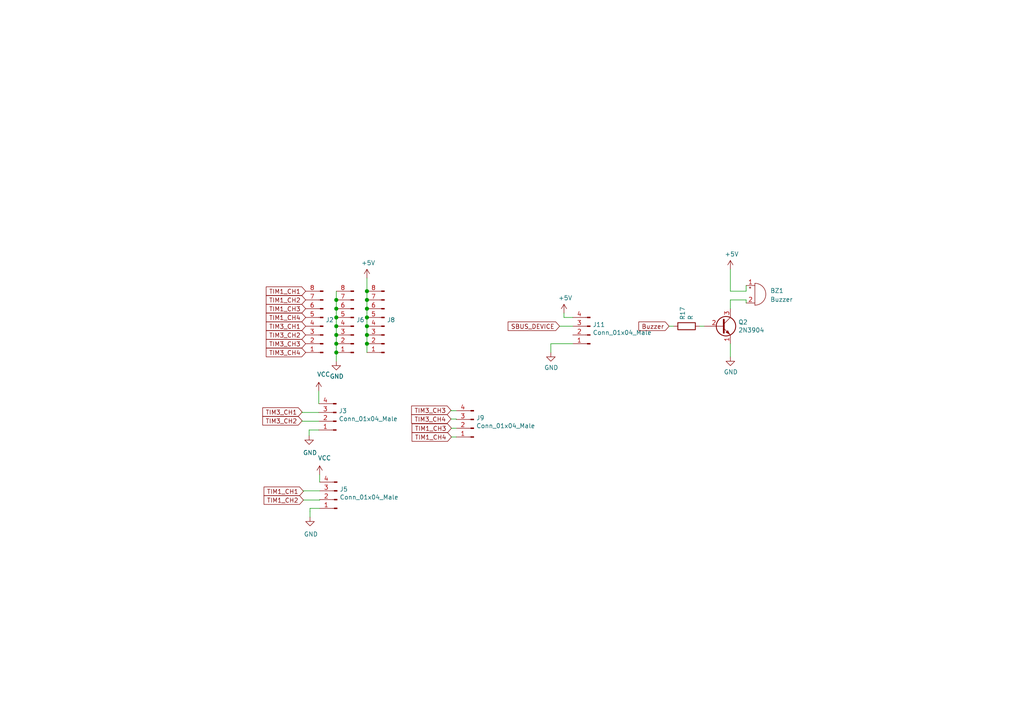
<source format=kicad_sch>
(kicad_sch (version 20200828) (generator eeschema)
  (page 3 11)
  (paper "A4")
  (lib_symbols
    (symbol "Connector:Conn_01x04_Male" (pin_names (offset 1.016) hide)
      (property "Reference" "J" (at 0 5.08 0))
      (property "Value" "Conn_01x04_Male" (at 0 -7.62 0))
      (symbol "Conn_01x04_Male_1_1"
        (rectangle (start 0.8636 -4.953) (end 0 -5.207) (stroke (width 0.1524)) (fill (type outline)))
        (rectangle (start 0.8636 -2.413) (end 0 -2.667) (stroke (width 0.1524)) (fill (type outline)))
        (rectangle (start 0.8636 0.127) (end 0 -0.127) (stroke (width 0.1524)) (fill (type outline)))
        (rectangle (start 0.8636 2.667) (end 0 2.413) (stroke (width 0.1524)) (fill (type outline)))
        (polyline (pts (xy 1.27 -5.08) (xy 0.8636 -5.08)) (stroke (width 0.1524)))
        (polyline (pts (xy 1.27 -2.54) (xy 0.8636 -2.54)) (stroke (width 0.1524)))
        (polyline (pts (xy 1.27 0) (xy 0.8636 0)) (stroke (width 0.1524)))
        (polyline (pts (xy 1.27 2.54) (xy 0.8636 2.54)) (stroke (width 0.1524)))
        (pin passive line (at 5.08 2.54 180) (length 3.81) (name "Pin_1") (number "1"))
        (pin passive line (at 5.08 0 180) (length 3.81) (name "Pin_2") (number "2"))
        (pin passive line (at 5.08 -2.54 180) (length 3.81) (name "Pin_3") (number "3"))
        (pin passive line (at 5.08 -5.08 180) (length 3.81) (name "Pin_4") (number "4"))
      )
    )
    (symbol "Connector:Conn_01x08_Male" (pin_names (offset 1.016) hide)
      (property "Reference" "J" (at 0 10.16 0))
      (property "Value" "Conn_01x08_Male" (at 0 -12.7 0))
      (symbol "Conn_01x08_Male_1_1"
        (rectangle (start 0.8636 -10.033) (end 0 -10.287) (stroke (width 0.1524)) (fill (type outline)))
        (rectangle (start 0.8636 -7.493) (end 0 -7.747) (stroke (width 0.1524)) (fill (type outline)))
        (rectangle (start 0.8636 -4.953) (end 0 -5.207) (stroke (width 0.1524)) (fill (type outline)))
        (rectangle (start 0.8636 -2.413) (end 0 -2.667) (stroke (width 0.1524)) (fill (type outline)))
        (rectangle (start 0.8636 0.127) (end 0 -0.127) (stroke (width 0.1524)) (fill (type outline)))
        (rectangle (start 0.8636 2.667) (end 0 2.413) (stroke (width 0.1524)) (fill (type outline)))
        (rectangle (start 0.8636 5.207) (end 0 4.953) (stroke (width 0.1524)) (fill (type outline)))
        (rectangle (start 0.8636 7.747) (end 0 7.493) (stroke (width 0.1524)) (fill (type outline)))
        (polyline (pts (xy 1.27 -10.16) (xy 0.8636 -10.16)) (stroke (width 0.1524)))
        (polyline (pts (xy 1.27 -7.62) (xy 0.8636 -7.62)) (stroke (width 0.1524)))
        (polyline (pts (xy 1.27 -5.08) (xy 0.8636 -5.08)) (stroke (width 0.1524)))
        (polyline (pts (xy 1.27 -2.54) (xy 0.8636 -2.54)) (stroke (width 0.1524)))
        (polyline (pts (xy 1.27 0) (xy 0.8636 0)) (stroke (width 0.1524)))
        (polyline (pts (xy 1.27 2.54) (xy 0.8636 2.54)) (stroke (width 0.1524)))
        (polyline (pts (xy 1.27 5.08) (xy 0.8636 5.08)) (stroke (width 0.1524)))
        (polyline (pts (xy 1.27 7.62) (xy 0.8636 7.62)) (stroke (width 0.1524)))
        (pin passive line (at 5.08 7.62 180) (length 3.81) (name "Pin_1") (number "1"))
        (pin passive line (at 5.08 5.08 180) (length 3.81) (name "Pin_2") (number "2"))
        (pin passive line (at 5.08 2.54 180) (length 3.81) (name "Pin_3") (number "3"))
        (pin passive line (at 5.08 0 180) (length 3.81) (name "Pin_4") (number "4"))
        (pin passive line (at 5.08 -2.54 180) (length 3.81) (name "Pin_5") (number "5"))
        (pin passive line (at 5.08 -5.08 180) (length 3.81) (name "Pin_6") (number "6"))
        (pin passive line (at 5.08 -7.62 180) (length 3.81) (name "Pin_7") (number "7"))
        (pin passive line (at 5.08 -10.16 180) (length 3.81) (name "Pin_8") (number "8"))
      )
    )
    (symbol "Device:Buzzer" (pin_names (offset 0.0254) hide)
      (property "Reference" "BZ" (at 3.81 1.27 0))
      (property "Value" "Buzzer" (at 3.81 -1.27 0))
      (symbol "Buzzer_0_1"
        (arc (start 0 -3.175) (end 0 3.175) (radius (at 0 0) (length 3.175) (angles -89.9 89.9)))
        (polyline (pts (xy -1.651 1.905) (xy -1.143 1.905)))
        (polyline (pts (xy -1.397 2.159) (xy -1.397 1.651)))
        (polyline (pts (xy 0 3.175) (xy 0 -3.175)))
      )
      (symbol "Buzzer_1_1"
        (pin passive line (at -2.54 2.54 0) (length 2.54) (name "-") (number "1"))
        (pin passive line (at -2.54 -2.54 0) (length 2.54) (name "+") (number "2"))
      )
    )
    (symbol "Device:R" (pin_numbers hide) (pin_names (offset 0))
      (property "Reference" "R" (at 2.032 0 90))
      (property "Value" "R" (at 0 0 90))
      (symbol "R_0_1"
        (rectangle (start -1.016 -2.54) (end 1.016 2.54) (stroke (width 0.254)))
      )
      (symbol "R_1_1"
        (pin passive line (at 0 3.81 270) (length 1.27) (name "~") (number "1"))
        (pin passive line (at 0 -3.81 90) (length 1.27) (name "~") (number "2"))
      )
    )
    (symbol "Transistor_BJT:2N3904" (pin_names (offset 0) hide)
      (property "Reference" "Q" (at 5.08 1.905 0))
      (property "Value" "2N3904" (at 5.08 0 0))
      (symbol "2N3904_0_1"
        (circle (center 1.27 0) (radius 2.8194) (stroke (width 0.254)))
        (polyline (pts (xy 0.635 0.635) (xy 2.54 2.54)))
        (polyline (pts (xy 0.635 -0.635) (xy 2.54 -2.54) (xy 2.54 -2.54)))
        (polyline (pts (xy 0.635 1.905) (xy 0.635 -1.905) (xy 0.635 -1.905)) (stroke (width 0.508)))
        (polyline (pts (xy 1.27 -1.778) (xy 1.778 -1.27) (xy 2.286 -2.286) (xy 1.27 -1.778) (xy 1.27 -1.778)) (fill (type outline)))
      )
      (symbol "2N3904_1_1"
        (pin passive line (at 2.54 -5.08 90) (length 2.54) (name "E") (number "1"))
        (pin passive line (at -5.08 0 0) (length 5.715) (name "B") (number "2"))
        (pin passive line (at 2.54 5.08 270) (length 2.54) (name "C") (number "3"))
      )
    )
    (symbol "power:+5V" (power) (pin_names (offset 0))
      (property "Value" "+5V" (at 0 3.556 0))
      (symbol "+5V_0_1"
        (polyline (pts (xy -0.762 1.27) (xy 0 2.54)))
        (polyline (pts (xy 0 0) (xy 0 2.54)))
        (polyline (pts (xy 0 2.54) (xy 0.762 1.27)))
      )
      (symbol "+5V_1_1"
        (pin power_in line (at 0 0 90) (length 0) hide (name "+5V") (number "1"))
      )
    )
    (symbol "power:GND" (power) (pin_names (offset 0))
      (property "Value" "GND" (at 0 -3.81 0))
      (symbol "GND_0_1"
        (polyline (pts (xy 0 0) (xy 0 -1.27) (xy 1.27 -1.27) (xy 0 -2.54) (xy -1.27 -1.27) (xy 0 -1.27)))
      )
      (symbol "GND_1_1"
        (pin power_in line (at 0 0 270) (length 0) hide (name "GND") (number "1"))
      )
    )
    (symbol "power:VCC" (power) (pin_names (offset 0))
      (property "Value" "VCC" (at 0 3.81 0))
      (symbol "VCC_0_1"
        (polyline (pts (xy -0.762 1.27) (xy 0 2.54)))
        (polyline (pts (xy 0 0) (xy 0 2.54)))
        (polyline (pts (xy 0 2.54) (xy 0.762 1.27)))
      )
      (symbol "VCC_1_1"
        (pin power_in line (at 0 0 90) (length 0) hide (name "VCC") (number "1"))
      )
    )
  )
  (junction (at 97.536 86.995) (diameter 1.016))
  (junction (at 97.536 89.535) (diameter 1.016))
  (junction (at 97.536 92.075) (diameter 1.016))
  (junction (at 97.536 94.615) (diameter 1.016))
  (junction (at 97.536 97.155) (diameter 1.016))
  (junction (at 97.536 99.695) (diameter 1.016))
  (junction (at 97.536 102.235) (diameter 1.016))
  (junction (at 106.426 84.455) (diameter 1.016))
  (junction (at 106.426 86.995) (diameter 1.016))
  (junction (at 106.426 89.535) (diameter 1.016))
  (junction (at 106.426 92.075) (diameter 1.016))
  (junction (at 106.426 94.615) (diameter 1.016))
  (junction (at 106.426 97.155) (diameter 1.016))
  (junction (at 106.426 99.695) (diameter 1.016))
  (wire (pts (xy 87.63 119.634) (xy 87.63 119.507)))
  (wire (pts (xy 87.63 122.174) (xy 87.63 122.047)))
  (wire (pts (xy 88.011 142.367) (xy 88.011 142.494)))
  (wire (pts (xy 88.011 145.034) (xy 92.71 145.034)))
  (wire (pts (xy 89.662 124.714) (xy 92.456 124.714)))
  (wire (pts (xy 89.662 126.365) (xy 89.662 124.714)))
  (wire (pts (xy 89.916 147.447) (xy 89.916 148.336)))
  (wire (pts (xy 89.916 147.447) (xy 92.71 147.447)))
  (wire (pts (xy 89.916 149.987) (xy 89.916 148.336)))
  (wire (pts (xy 92.456 113.411) (xy 92.456 117.094)))
  (wire (pts (xy 92.456 119.634) (xy 87.63 119.634)))
  (wire (pts (xy 92.456 122.174) (xy 87.63 122.174)))
  (wire (pts (xy 92.71 137.668) (xy 92.71 139.827)))
  (wire (pts (xy 92.71 142.367) (xy 88.011 142.367)))
  (wire (pts (xy 92.71 145.034) (xy 92.71 144.907)))
  (wire (pts (xy 97.536 84.455) (xy 97.536 86.995)))
  (wire (pts (xy 97.536 86.995) (xy 97.536 89.535)))
  (wire (pts (xy 97.536 89.535) (xy 97.536 92.075)))
  (wire (pts (xy 97.536 92.075) (xy 97.536 94.615)))
  (wire (pts (xy 97.536 94.615) (xy 97.536 97.155)))
  (wire (pts (xy 97.536 97.155) (xy 97.536 99.695)))
  (wire (pts (xy 97.536 99.695) (xy 97.536 102.235)))
  (wire (pts (xy 97.536 102.235) (xy 97.536 104.775)))
  (wire (pts (xy 106.426 84.455) (xy 106.426 80.645)))
  (wire (pts (xy 106.426 86.995) (xy 106.426 84.455)))
  (wire (pts (xy 106.426 89.535) (xy 106.426 86.995)))
  (wire (pts (xy 106.426 92.075) (xy 106.426 89.535)))
  (wire (pts (xy 106.426 94.615) (xy 106.426 92.075)))
  (wire (pts (xy 106.426 97.155) (xy 106.426 94.615)))
  (wire (pts (xy 106.426 99.695) (xy 106.426 97.155)))
  (wire (pts (xy 106.426 102.235) (xy 106.426 99.695)))
  (wire (pts (xy 130.81 119.126) (xy 130.81 118.999)))
  (wire (pts (xy 130.81 121.539) (xy 132.334 121.539)))
  (wire (pts (xy 130.937 124.206) (xy 132.334 124.206)))
  (wire (pts (xy 130.937 126.746) (xy 132.334 126.746)))
  (wire (pts (xy 132.334 119.126) (xy 130.81 119.126)))
  (wire (pts (xy 132.334 121.539) (xy 132.334 121.666)))
  (wire (pts (xy 159.766 99.695) (xy 159.766 102.235)))
  (wire (pts (xy 162.306 94.615) (xy 166.116 94.615)))
  (wire (pts (xy 163.576 90.805) (xy 163.576 92.075)))
  (wire (pts (xy 163.576 92.075) (xy 166.116 92.075)))
  (wire (pts (xy 166.116 99.695) (xy 159.766 99.695)))
  (wire (pts (xy 194.056 94.615) (xy 195.326 94.615)))
  (wire (pts (xy 202.946 94.615) (xy 204.216 94.615)))
  (wire (pts (xy 211.836 78.105) (xy 211.836 84.455)))
  (wire (pts (xy 211.836 84.455) (xy 216.408 84.455)))
  (wire (pts (xy 211.836 86.995) (xy 211.836 89.535)))
  (wire (pts (xy 211.836 86.995) (xy 216.408 86.995)))
  (wire (pts (xy 211.836 99.695) (xy 211.836 103.505)))
  (wire (pts (xy 216.408 84.455) (xy 216.408 82.804)))
  (wire (pts (xy 216.408 86.995) (xy 216.408 87.884)))
  (global_label "TIM3_CH1" (shape input) (at 87.63 119.507 180))
  (global_label "TIM3_CH2" (shape input) (at 87.63 122.047 180))
  (global_label "TIM1_CH1" (shape input) (at 88.011 142.494 180))
  (global_label "TIM1_CH2" (shape input) (at 88.011 145.034 180))
  (global_label "TIM1_CH1" (shape input) (at 88.646 84.455 180))
  (global_label "TIM1_CH2" (shape input) (at 88.646 86.995 180))
  (global_label "TIM1_CH3" (shape input) (at 88.646 89.535 180))
  (global_label "TIM1_CH4" (shape input) (at 88.646 92.075 180))
  (global_label "TIM3_CH1" (shape input) (at 88.646 94.615 180))
  (global_label "TIM3_CH2" (shape input) (at 88.646 97.155 180))
  (global_label "TIM3_CH3" (shape input) (at 88.646 99.695 180))
  (global_label "TIM3_CH4" (shape input) (at 88.646 102.235 180))
  (global_label "TIM3_CH3" (shape input) (at 130.81 118.999 180))
  (global_label "TIM3_CH4" (shape input) (at 130.81 121.539 180))
  (global_label "TIM1_CH3" (shape input) (at 130.937 124.206 180))
  (global_label "TIM1_CH4" (shape input) (at 130.937 126.746 180))
  (global_label "SBUS_DEVICE" (shape input) (at 162.306 94.615 180))
  (global_label "Buzzer" (shape input) (at 194.056 94.615 180))
  (symbol (lib_id "power:VCC") (at 92.456 113.411 0) (unit 1)
    (property "Reference" "#PWR0181" (effects hide))
    (property "Value" "VCC" (at 93.853 108.585 0))
  )
  (symbol (lib_id "power:VCC") (at 92.71 137.668 0) (unit 1)
    (property "Reference" "#PWR0187" (effects hide))
    (property "Value" "VCC" (at 94.107 132.842 0))
  )
  (symbol (lib_id "power:+5V") (at 106.426 80.645 0) (unit 1)
    (property "Reference" "#PWR0179" (effects hide))
    (property "Value" "+5V" (at 106.807 76.2508 0))
  )
  (symbol (lib_id "power:+5V") (at 163.576 90.805 0) (unit 1)
    (property "Reference" "#PWR0183" (effects hide))
    (property "Value" "+5V" (at 163.957 86.4108 0))
  )
  (symbol (lib_id "power:+5V") (at 211.836 78.105 0) (unit 1)
    (property "Reference" "#PWR0184" (effects hide))
    (property "Value" "+5V" (at 212.217 73.7108 0))
  )
  (symbol (lib_id "power:GND") (at 89.662 126.365 0) (unit 1)
    (property "Reference" "#PWR0188" (effects hide))
    (property "Value" "GND" (at 89.916 131.318 0))
  )
  (symbol (lib_id "power:GND") (at 89.916 149.987 0) (unit 1)
    (property "Reference" "#PWR0186" (effects hide))
    (property "Value" "GND" (at 90.17 154.94 0))
  )
  (symbol (lib_id "power:GND") (at 97.536 104.775 0) (unit 1)
    (property "Reference" "#PWR0180" (effects hide))
    (property "Value" "GND" (at 97.663 109.1692 0))
  )
  (symbol (lib_id "power:GND") (at 159.766 102.235 0) (unit 1)
    (property "Reference" "#PWR0182" (effects hide))
    (property "Value" "GND" (at 159.893 106.6292 0))
  )
  (symbol (lib_id "power:GND") (at 211.836 103.505 0) (unit 1)
    (property "Reference" "#PWR0185" (effects hide))
    (property "Value" "GND" (at 211.963 107.8992 0))
  )
  (symbol (lib_id "Device:R") (at 199.136 94.615 90) (unit 1)
    (property "Reference" "R17" (at 197.9676 92.837 0) (effects (justify left)))
    (property "Value" "R" (at 200.279 92.837 0) (effects (justify left)))
    (property "Footprint" "Resistor_SMD:R_0603_1608Metric_Pad1.05x0.95mm_HandSolder" (effects hide))
  )
  (symbol (lib_id "Device:Buzzer") (at 218.948 85.344 0) (unit 1)
    (property "Reference" "BZ1" (at 223.393 84.328 0) (effects (justify left)))
    (property "Value" "Buzzer" (at 223.393 86.868 0) (effects (justify left)))
    (property "Footprint" "Buzzer_Beeper:Buzzer_12x9.5RM7.6" (effects hide))
  )
  (symbol (lib_id "Connector:Conn_01x04_Male") (at 97.536 122.174 180) (unit 1)
    (property "Reference" "J3" (at 98.2472 119.1768 0) (effects (justify right)))
    (property "Value" "Conn_01x04_Male" (at 98.2472 121.4882 0) (effects (justify right)))
    (property "Footprint" "Connector_JST:JST_XH_B4B-XH-A_1x04_P2.50mm_Vertical" (effects hide))
  )
  (symbol (lib_id "Connector:Conn_01x04_Male") (at 97.79 144.907 180) (unit 1)
    (property "Reference" "J5" (at 98.5012 141.9098 0) (effects (justify right)))
    (property "Value" "Conn_01x04_Male" (at 98.5012 144.2212 0) (effects (justify right)))
    (property "Footprint" "Connector_JST:JST_XH_B4B-XH-A_1x04_P2.50mm_Vertical" (effects hide))
  )
  (symbol (lib_id "Connector:Conn_01x04_Male") (at 137.414 124.206 180) (unit 1)
    (property "Reference" "J9" (at 138.1252 121.2088 0) (effects (justify right)))
    (property "Value" "Conn_01x04_Male" (at 138.1252 123.5202 0) (effects (justify right)))
    (property "Footprint" "Connector_JST:JST_XH_B4B-XH-A_1x04_P2.50mm_Vertical" (effects hide))
  )
  (symbol (lib_id "Connector:Conn_01x04_Male") (at 171.196 97.155 180) (unit 1)
    (property "Reference" "J11" (at 171.9072 94.1578 0) (effects (justify right)))
    (property "Value" "Conn_01x04_Male" (at 171.9072 96.4692 0) (effects (justify right)))
    (property "Footprint" "Connector_JST:JST_SH_SM04B-SRSS-TB_1x04-1MP_P1.00mm_Horizontal" (effects hide))
  )
  (symbol (lib_id "Transistor_BJT:2N3904") (at 209.296 94.615 0) (unit 1)
    (property "Reference" "Q2" (at 214.122 93.4466 0) (effects (justify left)))
    (property "Value" "2N3904" (at 214.122 95.758 0) (effects (justify left)))
    (property "Footprint" "Package_TO_SOT_SMD:SC-59_Handsoldering" (effects hide))
    (property "Datasheet" "https://www.fairchildsemi.com/datasheets/2N/2N3904.pdf" (effects hide))
  )
  (symbol (lib_id "Connector:Conn_01x08_Male") (at 93.726 94.615 180) (unit 1)
    (property "Reference" "J2" (at 94.4372 92.7862 0) (effects (justify right)))
    (property "Value" "Conn_01x08_Male" (effects hide))
    (property "Footprint" "Connector_PinHeader_2.54mm:PinHeader_1x08_P2.54mm_Vertical" (effects hide))
  )
  (symbol (lib_id "Connector:Conn_01x08_Male") (at 102.616 94.615 180) (unit 1)
    (property "Reference" "J6" (at 103.3272 92.7862 0) (effects (justify right)))
    (property "Value" "Conn_01x08_Male" (effects hide))
    (property "Footprint" "Connector_PinHeader_2.54mm:PinHeader_1x08_P2.54mm_Vertical" (effects hide))
  )
  (symbol (lib_id "Connector:Conn_01x08_Male") (at 111.506 94.615 180) (unit 1)
    (property "Reference" "J8" (at 112.2172 92.7862 0) (effects (justify right)))
    (property "Value" "Conn_01x08_Male" (effects hide))
    (property "Footprint" "Connector_PinHeader_2.54mm:PinHeader_1x08_P2.54mm_Vertical" (effects hide))
  )
)
</source>
